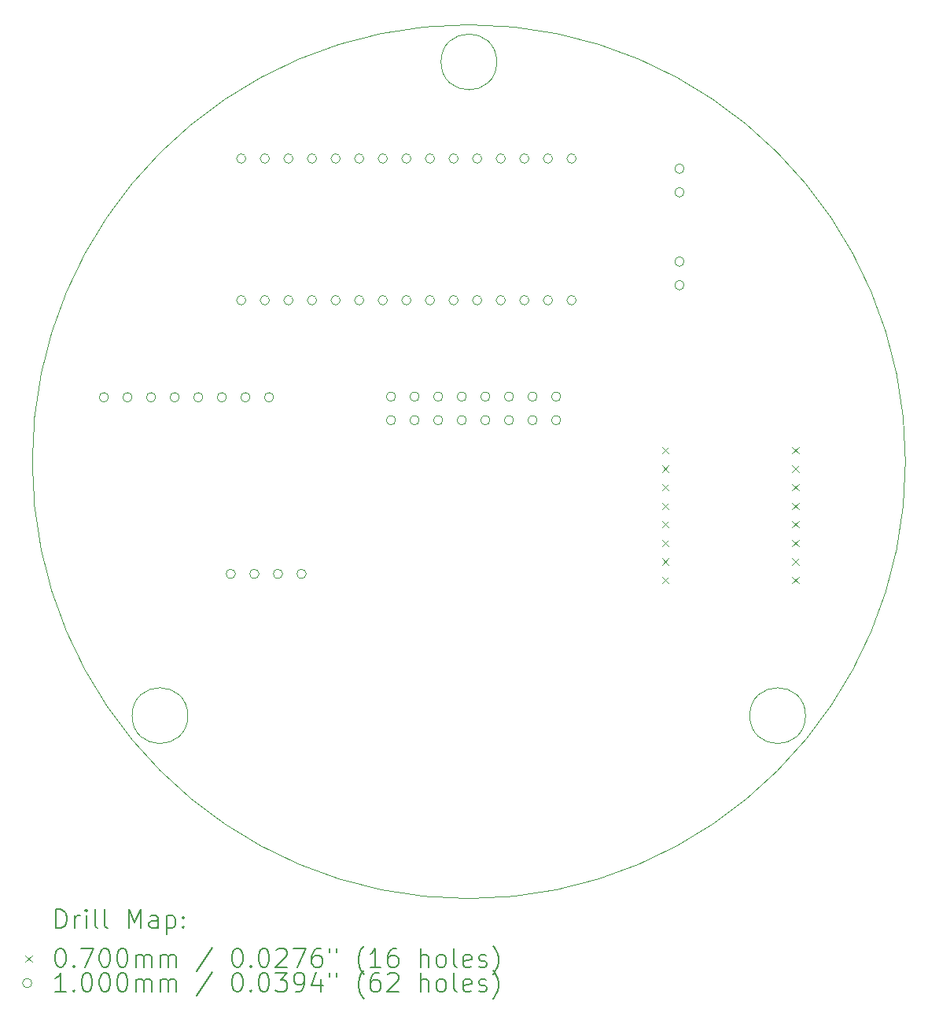
<source format=gbr>
%TF.GenerationSoftware,KiCad,Pcbnew,8.0.1*%
%TF.CreationDate,2024-06-10T20:51:33+02:00*%
%TF.ProjectId,PCB_Plaque_Basse,5043425f-506c-4617-9175-655f42617373,rev?*%
%TF.SameCoordinates,Original*%
%TF.FileFunction,Drillmap*%
%TF.FilePolarity,Positive*%
%FSLAX45Y45*%
G04 Gerber Fmt 4.5, Leading zero omitted, Abs format (unit mm)*
G04 Created by KiCad (PCBNEW 8.0.1) date 2024-06-10 20:51:33*
%MOMM*%
%LPD*%
G01*
G04 APERTURE LIST*
%ADD10C,0.100000*%
%ADD11C,0.200000*%
G04 APERTURE END LIST*
D10*
X10757000Y-12457000D02*
G75*
G02*
X10157000Y-12457000I-300000J0D01*
G01*
X10157000Y-12457000D02*
G75*
G02*
X10757000Y-12457000I300000J0D01*
G01*
X18483000Y-9725000D02*
G75*
G02*
X9083000Y-9725000I-4700000J0D01*
G01*
X9083000Y-9725000D02*
G75*
G02*
X18483000Y-9725000I4700000J0D01*
G01*
X14083000Y-5425000D02*
G75*
G02*
X13483000Y-5425000I-300000J0D01*
G01*
X13483000Y-5425000D02*
G75*
G02*
X14083000Y-5425000I300000J0D01*
G01*
X17407000Y-12457000D02*
G75*
G02*
X16807000Y-12457000I-300000J0D01*
G01*
X16807000Y-12457000D02*
G75*
G02*
X17407000Y-12457000I300000J0D01*
G01*
D11*
D10*
X15865000Y-9565000D02*
X15935000Y-9635000D01*
X15935000Y-9565000D02*
X15865000Y-9635000D01*
X15865000Y-9765000D02*
X15935000Y-9835000D01*
X15935000Y-9765000D02*
X15865000Y-9835000D01*
X15865000Y-9965000D02*
X15935000Y-10035000D01*
X15935000Y-9965000D02*
X15865000Y-10035000D01*
X15865000Y-10165000D02*
X15935000Y-10235000D01*
X15935000Y-10165000D02*
X15865000Y-10235000D01*
X15865000Y-10365000D02*
X15935000Y-10435000D01*
X15935000Y-10365000D02*
X15865000Y-10435000D01*
X15865000Y-10565000D02*
X15935000Y-10635000D01*
X15935000Y-10565000D02*
X15865000Y-10635000D01*
X15865000Y-10765000D02*
X15935000Y-10835000D01*
X15935000Y-10765000D02*
X15865000Y-10835000D01*
X15865000Y-10965000D02*
X15935000Y-11035000D01*
X15935000Y-10965000D02*
X15865000Y-11035000D01*
X17265000Y-9565000D02*
X17335000Y-9635000D01*
X17335000Y-9565000D02*
X17265000Y-9635000D01*
X17265000Y-9765000D02*
X17335000Y-9835000D01*
X17335000Y-9765000D02*
X17265000Y-9835000D01*
X17265000Y-9965000D02*
X17335000Y-10035000D01*
X17335000Y-9965000D02*
X17265000Y-10035000D01*
X17265000Y-10165000D02*
X17335000Y-10235000D01*
X17335000Y-10165000D02*
X17265000Y-10235000D01*
X17265000Y-10365000D02*
X17335000Y-10435000D01*
X17335000Y-10365000D02*
X17265000Y-10435000D01*
X17265000Y-10565000D02*
X17335000Y-10635000D01*
X17335000Y-10565000D02*
X17265000Y-10635000D01*
X17265000Y-10765000D02*
X17335000Y-10835000D01*
X17335000Y-10765000D02*
X17265000Y-10835000D01*
X17265000Y-10965000D02*
X17335000Y-11035000D01*
X17335000Y-10965000D02*
X17265000Y-11035000D01*
X9903250Y-9032250D02*
G75*
G02*
X9803250Y-9032250I-50000J0D01*
G01*
X9803250Y-9032250D02*
G75*
G02*
X9903250Y-9032250I50000J0D01*
G01*
X10157250Y-9032250D02*
G75*
G02*
X10057250Y-9032250I-50000J0D01*
G01*
X10057250Y-9032250D02*
G75*
G02*
X10157250Y-9032250I50000J0D01*
G01*
X10411250Y-9032250D02*
G75*
G02*
X10311250Y-9032250I-50000J0D01*
G01*
X10311250Y-9032250D02*
G75*
G02*
X10411250Y-9032250I50000J0D01*
G01*
X10665250Y-9032250D02*
G75*
G02*
X10565250Y-9032250I-50000J0D01*
G01*
X10565250Y-9032250D02*
G75*
G02*
X10665250Y-9032250I50000J0D01*
G01*
X10919250Y-9032250D02*
G75*
G02*
X10819250Y-9032250I-50000J0D01*
G01*
X10819250Y-9032250D02*
G75*
G02*
X10919250Y-9032250I50000J0D01*
G01*
X11173250Y-9032250D02*
G75*
G02*
X11073250Y-9032250I-50000J0D01*
G01*
X11073250Y-9032250D02*
G75*
G02*
X11173250Y-9032250I50000J0D01*
G01*
X11269000Y-10932250D02*
G75*
G02*
X11169000Y-10932250I-50000J0D01*
G01*
X11169000Y-10932250D02*
G75*
G02*
X11269000Y-10932250I50000J0D01*
G01*
X11382000Y-6464000D02*
G75*
G02*
X11282000Y-6464000I-50000J0D01*
G01*
X11282000Y-6464000D02*
G75*
G02*
X11382000Y-6464000I50000J0D01*
G01*
X11382000Y-7988000D02*
G75*
G02*
X11282000Y-7988000I-50000J0D01*
G01*
X11282000Y-7988000D02*
G75*
G02*
X11382000Y-7988000I50000J0D01*
G01*
X11427250Y-9032250D02*
G75*
G02*
X11327250Y-9032250I-50000J0D01*
G01*
X11327250Y-9032250D02*
G75*
G02*
X11427250Y-9032250I50000J0D01*
G01*
X11523000Y-10932250D02*
G75*
G02*
X11423000Y-10932250I-50000J0D01*
G01*
X11423000Y-10932250D02*
G75*
G02*
X11523000Y-10932250I50000J0D01*
G01*
X11636000Y-6464000D02*
G75*
G02*
X11536000Y-6464000I-50000J0D01*
G01*
X11536000Y-6464000D02*
G75*
G02*
X11636000Y-6464000I50000J0D01*
G01*
X11636000Y-7988000D02*
G75*
G02*
X11536000Y-7988000I-50000J0D01*
G01*
X11536000Y-7988000D02*
G75*
G02*
X11636000Y-7988000I50000J0D01*
G01*
X11681250Y-9032250D02*
G75*
G02*
X11581250Y-9032250I-50000J0D01*
G01*
X11581250Y-9032250D02*
G75*
G02*
X11681250Y-9032250I50000J0D01*
G01*
X11777000Y-10932250D02*
G75*
G02*
X11677000Y-10932250I-50000J0D01*
G01*
X11677000Y-10932250D02*
G75*
G02*
X11777000Y-10932250I50000J0D01*
G01*
X11890000Y-6464000D02*
G75*
G02*
X11790000Y-6464000I-50000J0D01*
G01*
X11790000Y-6464000D02*
G75*
G02*
X11890000Y-6464000I50000J0D01*
G01*
X11890000Y-7988000D02*
G75*
G02*
X11790000Y-7988000I-50000J0D01*
G01*
X11790000Y-7988000D02*
G75*
G02*
X11890000Y-7988000I50000J0D01*
G01*
X12031000Y-10932250D02*
G75*
G02*
X11931000Y-10932250I-50000J0D01*
G01*
X11931000Y-10932250D02*
G75*
G02*
X12031000Y-10932250I50000J0D01*
G01*
X12144000Y-6464000D02*
G75*
G02*
X12044000Y-6464000I-50000J0D01*
G01*
X12044000Y-6464000D02*
G75*
G02*
X12144000Y-6464000I50000J0D01*
G01*
X12144000Y-7988000D02*
G75*
G02*
X12044000Y-7988000I-50000J0D01*
G01*
X12044000Y-7988000D02*
G75*
G02*
X12144000Y-7988000I50000J0D01*
G01*
X12398000Y-6464000D02*
G75*
G02*
X12298000Y-6464000I-50000J0D01*
G01*
X12298000Y-6464000D02*
G75*
G02*
X12398000Y-6464000I50000J0D01*
G01*
X12398000Y-7988000D02*
G75*
G02*
X12298000Y-7988000I-50000J0D01*
G01*
X12298000Y-7988000D02*
G75*
G02*
X12398000Y-7988000I50000J0D01*
G01*
X12652000Y-6464000D02*
G75*
G02*
X12552000Y-6464000I-50000J0D01*
G01*
X12552000Y-6464000D02*
G75*
G02*
X12652000Y-6464000I50000J0D01*
G01*
X12652000Y-7988000D02*
G75*
G02*
X12552000Y-7988000I-50000J0D01*
G01*
X12552000Y-7988000D02*
G75*
G02*
X12652000Y-7988000I50000J0D01*
G01*
X12906000Y-6464000D02*
G75*
G02*
X12806000Y-6464000I-50000J0D01*
G01*
X12806000Y-6464000D02*
G75*
G02*
X12906000Y-6464000I50000J0D01*
G01*
X12906000Y-7988000D02*
G75*
G02*
X12806000Y-7988000I-50000J0D01*
G01*
X12806000Y-7988000D02*
G75*
G02*
X12906000Y-7988000I50000J0D01*
G01*
X12994000Y-9025000D02*
G75*
G02*
X12894000Y-9025000I-50000J0D01*
G01*
X12894000Y-9025000D02*
G75*
G02*
X12994000Y-9025000I50000J0D01*
G01*
X12994000Y-9279000D02*
G75*
G02*
X12894000Y-9279000I-50000J0D01*
G01*
X12894000Y-9279000D02*
G75*
G02*
X12994000Y-9279000I50000J0D01*
G01*
X13160000Y-6464000D02*
G75*
G02*
X13060000Y-6464000I-50000J0D01*
G01*
X13060000Y-6464000D02*
G75*
G02*
X13160000Y-6464000I50000J0D01*
G01*
X13160000Y-7988000D02*
G75*
G02*
X13060000Y-7988000I-50000J0D01*
G01*
X13060000Y-7988000D02*
G75*
G02*
X13160000Y-7988000I50000J0D01*
G01*
X13248000Y-9025000D02*
G75*
G02*
X13148000Y-9025000I-50000J0D01*
G01*
X13148000Y-9025000D02*
G75*
G02*
X13248000Y-9025000I50000J0D01*
G01*
X13248000Y-9279000D02*
G75*
G02*
X13148000Y-9279000I-50000J0D01*
G01*
X13148000Y-9279000D02*
G75*
G02*
X13248000Y-9279000I50000J0D01*
G01*
X13414000Y-6464000D02*
G75*
G02*
X13314000Y-6464000I-50000J0D01*
G01*
X13314000Y-6464000D02*
G75*
G02*
X13414000Y-6464000I50000J0D01*
G01*
X13414000Y-7988000D02*
G75*
G02*
X13314000Y-7988000I-50000J0D01*
G01*
X13314000Y-7988000D02*
G75*
G02*
X13414000Y-7988000I50000J0D01*
G01*
X13502000Y-9025000D02*
G75*
G02*
X13402000Y-9025000I-50000J0D01*
G01*
X13402000Y-9025000D02*
G75*
G02*
X13502000Y-9025000I50000J0D01*
G01*
X13502000Y-9279000D02*
G75*
G02*
X13402000Y-9279000I-50000J0D01*
G01*
X13402000Y-9279000D02*
G75*
G02*
X13502000Y-9279000I50000J0D01*
G01*
X13668000Y-6464000D02*
G75*
G02*
X13568000Y-6464000I-50000J0D01*
G01*
X13568000Y-6464000D02*
G75*
G02*
X13668000Y-6464000I50000J0D01*
G01*
X13668000Y-7988000D02*
G75*
G02*
X13568000Y-7988000I-50000J0D01*
G01*
X13568000Y-7988000D02*
G75*
G02*
X13668000Y-7988000I50000J0D01*
G01*
X13756000Y-9025000D02*
G75*
G02*
X13656000Y-9025000I-50000J0D01*
G01*
X13656000Y-9025000D02*
G75*
G02*
X13756000Y-9025000I50000J0D01*
G01*
X13756000Y-9279000D02*
G75*
G02*
X13656000Y-9279000I-50000J0D01*
G01*
X13656000Y-9279000D02*
G75*
G02*
X13756000Y-9279000I50000J0D01*
G01*
X13922000Y-6464000D02*
G75*
G02*
X13822000Y-6464000I-50000J0D01*
G01*
X13822000Y-6464000D02*
G75*
G02*
X13922000Y-6464000I50000J0D01*
G01*
X13922000Y-7988000D02*
G75*
G02*
X13822000Y-7988000I-50000J0D01*
G01*
X13822000Y-7988000D02*
G75*
G02*
X13922000Y-7988000I50000J0D01*
G01*
X14010000Y-9025000D02*
G75*
G02*
X13910000Y-9025000I-50000J0D01*
G01*
X13910000Y-9025000D02*
G75*
G02*
X14010000Y-9025000I50000J0D01*
G01*
X14010000Y-9279000D02*
G75*
G02*
X13910000Y-9279000I-50000J0D01*
G01*
X13910000Y-9279000D02*
G75*
G02*
X14010000Y-9279000I50000J0D01*
G01*
X14176000Y-6464000D02*
G75*
G02*
X14076000Y-6464000I-50000J0D01*
G01*
X14076000Y-6464000D02*
G75*
G02*
X14176000Y-6464000I50000J0D01*
G01*
X14176000Y-7988000D02*
G75*
G02*
X14076000Y-7988000I-50000J0D01*
G01*
X14076000Y-7988000D02*
G75*
G02*
X14176000Y-7988000I50000J0D01*
G01*
X14264000Y-9025000D02*
G75*
G02*
X14164000Y-9025000I-50000J0D01*
G01*
X14164000Y-9025000D02*
G75*
G02*
X14264000Y-9025000I50000J0D01*
G01*
X14264000Y-9279000D02*
G75*
G02*
X14164000Y-9279000I-50000J0D01*
G01*
X14164000Y-9279000D02*
G75*
G02*
X14264000Y-9279000I50000J0D01*
G01*
X14430000Y-6464000D02*
G75*
G02*
X14330000Y-6464000I-50000J0D01*
G01*
X14330000Y-6464000D02*
G75*
G02*
X14430000Y-6464000I50000J0D01*
G01*
X14430000Y-7988000D02*
G75*
G02*
X14330000Y-7988000I-50000J0D01*
G01*
X14330000Y-7988000D02*
G75*
G02*
X14430000Y-7988000I50000J0D01*
G01*
X14518000Y-9025000D02*
G75*
G02*
X14418000Y-9025000I-50000J0D01*
G01*
X14418000Y-9025000D02*
G75*
G02*
X14518000Y-9025000I50000J0D01*
G01*
X14518000Y-9279000D02*
G75*
G02*
X14418000Y-9279000I-50000J0D01*
G01*
X14418000Y-9279000D02*
G75*
G02*
X14518000Y-9279000I50000J0D01*
G01*
X14684000Y-6464000D02*
G75*
G02*
X14584000Y-6464000I-50000J0D01*
G01*
X14584000Y-6464000D02*
G75*
G02*
X14684000Y-6464000I50000J0D01*
G01*
X14684000Y-7988000D02*
G75*
G02*
X14584000Y-7988000I-50000J0D01*
G01*
X14584000Y-7988000D02*
G75*
G02*
X14684000Y-7988000I50000J0D01*
G01*
X14772000Y-9025000D02*
G75*
G02*
X14672000Y-9025000I-50000J0D01*
G01*
X14672000Y-9025000D02*
G75*
G02*
X14772000Y-9025000I50000J0D01*
G01*
X14772000Y-9279000D02*
G75*
G02*
X14672000Y-9279000I-50000J0D01*
G01*
X14672000Y-9279000D02*
G75*
G02*
X14772000Y-9279000I50000J0D01*
G01*
X14938000Y-6464000D02*
G75*
G02*
X14838000Y-6464000I-50000J0D01*
G01*
X14838000Y-6464000D02*
G75*
G02*
X14938000Y-6464000I50000J0D01*
G01*
X14938000Y-7988000D02*
G75*
G02*
X14838000Y-7988000I-50000J0D01*
G01*
X14838000Y-7988000D02*
G75*
G02*
X14938000Y-7988000I50000J0D01*
G01*
X16100000Y-6573500D02*
G75*
G02*
X16000000Y-6573500I-50000J0D01*
G01*
X16000000Y-6573500D02*
G75*
G02*
X16100000Y-6573500I50000J0D01*
G01*
X16100000Y-6827500D02*
G75*
G02*
X16000000Y-6827500I-50000J0D01*
G01*
X16000000Y-6827500D02*
G75*
G02*
X16100000Y-6827500I50000J0D01*
G01*
X16100000Y-7572500D02*
G75*
G02*
X16000000Y-7572500I-50000J0D01*
G01*
X16000000Y-7572500D02*
G75*
G02*
X16100000Y-7572500I50000J0D01*
G01*
X16100000Y-7826500D02*
G75*
G02*
X16000000Y-7826500I-50000J0D01*
G01*
X16000000Y-7826500D02*
G75*
G02*
X16100000Y-7826500I50000J0D01*
G01*
D11*
X9338777Y-14741484D02*
X9338777Y-14541484D01*
X9338777Y-14541484D02*
X9386396Y-14541484D01*
X9386396Y-14541484D02*
X9414967Y-14551008D01*
X9414967Y-14551008D02*
X9434015Y-14570055D01*
X9434015Y-14570055D02*
X9443539Y-14589103D01*
X9443539Y-14589103D02*
X9453063Y-14627198D01*
X9453063Y-14627198D02*
X9453063Y-14655769D01*
X9453063Y-14655769D02*
X9443539Y-14693865D01*
X9443539Y-14693865D02*
X9434015Y-14712912D01*
X9434015Y-14712912D02*
X9414967Y-14731960D01*
X9414967Y-14731960D02*
X9386396Y-14741484D01*
X9386396Y-14741484D02*
X9338777Y-14741484D01*
X9538777Y-14741484D02*
X9538777Y-14608150D01*
X9538777Y-14646246D02*
X9548301Y-14627198D01*
X9548301Y-14627198D02*
X9557824Y-14617674D01*
X9557824Y-14617674D02*
X9576872Y-14608150D01*
X9576872Y-14608150D02*
X9595920Y-14608150D01*
X9662586Y-14741484D02*
X9662586Y-14608150D01*
X9662586Y-14541484D02*
X9653063Y-14551008D01*
X9653063Y-14551008D02*
X9662586Y-14560531D01*
X9662586Y-14560531D02*
X9672110Y-14551008D01*
X9672110Y-14551008D02*
X9662586Y-14541484D01*
X9662586Y-14541484D02*
X9662586Y-14560531D01*
X9786396Y-14741484D02*
X9767348Y-14731960D01*
X9767348Y-14731960D02*
X9757824Y-14712912D01*
X9757824Y-14712912D02*
X9757824Y-14541484D01*
X9891158Y-14741484D02*
X9872110Y-14731960D01*
X9872110Y-14731960D02*
X9862586Y-14712912D01*
X9862586Y-14712912D02*
X9862586Y-14541484D01*
X10119729Y-14741484D02*
X10119729Y-14541484D01*
X10119729Y-14541484D02*
X10186396Y-14684341D01*
X10186396Y-14684341D02*
X10253063Y-14541484D01*
X10253063Y-14541484D02*
X10253063Y-14741484D01*
X10434015Y-14741484D02*
X10434015Y-14636722D01*
X10434015Y-14636722D02*
X10424491Y-14617674D01*
X10424491Y-14617674D02*
X10405444Y-14608150D01*
X10405444Y-14608150D02*
X10367348Y-14608150D01*
X10367348Y-14608150D02*
X10348301Y-14617674D01*
X10434015Y-14731960D02*
X10414967Y-14741484D01*
X10414967Y-14741484D02*
X10367348Y-14741484D01*
X10367348Y-14741484D02*
X10348301Y-14731960D01*
X10348301Y-14731960D02*
X10338777Y-14712912D01*
X10338777Y-14712912D02*
X10338777Y-14693865D01*
X10338777Y-14693865D02*
X10348301Y-14674817D01*
X10348301Y-14674817D02*
X10367348Y-14665293D01*
X10367348Y-14665293D02*
X10414967Y-14665293D01*
X10414967Y-14665293D02*
X10434015Y-14655769D01*
X10529253Y-14608150D02*
X10529253Y-14808150D01*
X10529253Y-14617674D02*
X10548301Y-14608150D01*
X10548301Y-14608150D02*
X10586396Y-14608150D01*
X10586396Y-14608150D02*
X10605444Y-14617674D01*
X10605444Y-14617674D02*
X10614967Y-14627198D01*
X10614967Y-14627198D02*
X10624491Y-14646246D01*
X10624491Y-14646246D02*
X10624491Y-14703388D01*
X10624491Y-14703388D02*
X10614967Y-14722436D01*
X10614967Y-14722436D02*
X10605444Y-14731960D01*
X10605444Y-14731960D02*
X10586396Y-14741484D01*
X10586396Y-14741484D02*
X10548301Y-14741484D01*
X10548301Y-14741484D02*
X10529253Y-14731960D01*
X10710205Y-14722436D02*
X10719729Y-14731960D01*
X10719729Y-14731960D02*
X10710205Y-14741484D01*
X10710205Y-14741484D02*
X10700682Y-14731960D01*
X10700682Y-14731960D02*
X10710205Y-14722436D01*
X10710205Y-14722436D02*
X10710205Y-14741484D01*
X10710205Y-14617674D02*
X10719729Y-14627198D01*
X10719729Y-14627198D02*
X10710205Y-14636722D01*
X10710205Y-14636722D02*
X10700682Y-14627198D01*
X10700682Y-14627198D02*
X10710205Y-14617674D01*
X10710205Y-14617674D02*
X10710205Y-14636722D01*
D10*
X9008000Y-15035000D02*
X9078000Y-15105000D01*
X9078000Y-15035000D02*
X9008000Y-15105000D01*
D11*
X9376872Y-14961484D02*
X9395920Y-14961484D01*
X9395920Y-14961484D02*
X9414967Y-14971008D01*
X9414967Y-14971008D02*
X9424491Y-14980531D01*
X9424491Y-14980531D02*
X9434015Y-14999579D01*
X9434015Y-14999579D02*
X9443539Y-15037674D01*
X9443539Y-15037674D02*
X9443539Y-15085293D01*
X9443539Y-15085293D02*
X9434015Y-15123388D01*
X9434015Y-15123388D02*
X9424491Y-15142436D01*
X9424491Y-15142436D02*
X9414967Y-15151960D01*
X9414967Y-15151960D02*
X9395920Y-15161484D01*
X9395920Y-15161484D02*
X9376872Y-15161484D01*
X9376872Y-15161484D02*
X9357824Y-15151960D01*
X9357824Y-15151960D02*
X9348301Y-15142436D01*
X9348301Y-15142436D02*
X9338777Y-15123388D01*
X9338777Y-15123388D02*
X9329253Y-15085293D01*
X9329253Y-15085293D02*
X9329253Y-15037674D01*
X9329253Y-15037674D02*
X9338777Y-14999579D01*
X9338777Y-14999579D02*
X9348301Y-14980531D01*
X9348301Y-14980531D02*
X9357824Y-14971008D01*
X9357824Y-14971008D02*
X9376872Y-14961484D01*
X9529253Y-15142436D02*
X9538777Y-15151960D01*
X9538777Y-15151960D02*
X9529253Y-15161484D01*
X9529253Y-15161484D02*
X9519729Y-15151960D01*
X9519729Y-15151960D02*
X9529253Y-15142436D01*
X9529253Y-15142436D02*
X9529253Y-15161484D01*
X9605444Y-14961484D02*
X9738777Y-14961484D01*
X9738777Y-14961484D02*
X9653063Y-15161484D01*
X9853063Y-14961484D02*
X9872110Y-14961484D01*
X9872110Y-14961484D02*
X9891158Y-14971008D01*
X9891158Y-14971008D02*
X9900682Y-14980531D01*
X9900682Y-14980531D02*
X9910205Y-14999579D01*
X9910205Y-14999579D02*
X9919729Y-15037674D01*
X9919729Y-15037674D02*
X9919729Y-15085293D01*
X9919729Y-15085293D02*
X9910205Y-15123388D01*
X9910205Y-15123388D02*
X9900682Y-15142436D01*
X9900682Y-15142436D02*
X9891158Y-15151960D01*
X9891158Y-15151960D02*
X9872110Y-15161484D01*
X9872110Y-15161484D02*
X9853063Y-15161484D01*
X9853063Y-15161484D02*
X9834015Y-15151960D01*
X9834015Y-15151960D02*
X9824491Y-15142436D01*
X9824491Y-15142436D02*
X9814967Y-15123388D01*
X9814967Y-15123388D02*
X9805444Y-15085293D01*
X9805444Y-15085293D02*
X9805444Y-15037674D01*
X9805444Y-15037674D02*
X9814967Y-14999579D01*
X9814967Y-14999579D02*
X9824491Y-14980531D01*
X9824491Y-14980531D02*
X9834015Y-14971008D01*
X9834015Y-14971008D02*
X9853063Y-14961484D01*
X10043539Y-14961484D02*
X10062586Y-14961484D01*
X10062586Y-14961484D02*
X10081634Y-14971008D01*
X10081634Y-14971008D02*
X10091158Y-14980531D01*
X10091158Y-14980531D02*
X10100682Y-14999579D01*
X10100682Y-14999579D02*
X10110205Y-15037674D01*
X10110205Y-15037674D02*
X10110205Y-15085293D01*
X10110205Y-15085293D02*
X10100682Y-15123388D01*
X10100682Y-15123388D02*
X10091158Y-15142436D01*
X10091158Y-15142436D02*
X10081634Y-15151960D01*
X10081634Y-15151960D02*
X10062586Y-15161484D01*
X10062586Y-15161484D02*
X10043539Y-15161484D01*
X10043539Y-15161484D02*
X10024491Y-15151960D01*
X10024491Y-15151960D02*
X10014967Y-15142436D01*
X10014967Y-15142436D02*
X10005444Y-15123388D01*
X10005444Y-15123388D02*
X9995920Y-15085293D01*
X9995920Y-15085293D02*
X9995920Y-15037674D01*
X9995920Y-15037674D02*
X10005444Y-14999579D01*
X10005444Y-14999579D02*
X10014967Y-14980531D01*
X10014967Y-14980531D02*
X10024491Y-14971008D01*
X10024491Y-14971008D02*
X10043539Y-14961484D01*
X10195920Y-15161484D02*
X10195920Y-15028150D01*
X10195920Y-15047198D02*
X10205444Y-15037674D01*
X10205444Y-15037674D02*
X10224491Y-15028150D01*
X10224491Y-15028150D02*
X10253063Y-15028150D01*
X10253063Y-15028150D02*
X10272110Y-15037674D01*
X10272110Y-15037674D02*
X10281634Y-15056722D01*
X10281634Y-15056722D02*
X10281634Y-15161484D01*
X10281634Y-15056722D02*
X10291158Y-15037674D01*
X10291158Y-15037674D02*
X10310205Y-15028150D01*
X10310205Y-15028150D02*
X10338777Y-15028150D01*
X10338777Y-15028150D02*
X10357825Y-15037674D01*
X10357825Y-15037674D02*
X10367348Y-15056722D01*
X10367348Y-15056722D02*
X10367348Y-15161484D01*
X10462586Y-15161484D02*
X10462586Y-15028150D01*
X10462586Y-15047198D02*
X10472110Y-15037674D01*
X10472110Y-15037674D02*
X10491158Y-15028150D01*
X10491158Y-15028150D02*
X10519729Y-15028150D01*
X10519729Y-15028150D02*
X10538777Y-15037674D01*
X10538777Y-15037674D02*
X10548301Y-15056722D01*
X10548301Y-15056722D02*
X10548301Y-15161484D01*
X10548301Y-15056722D02*
X10557825Y-15037674D01*
X10557825Y-15037674D02*
X10576872Y-15028150D01*
X10576872Y-15028150D02*
X10605444Y-15028150D01*
X10605444Y-15028150D02*
X10624491Y-15037674D01*
X10624491Y-15037674D02*
X10634015Y-15056722D01*
X10634015Y-15056722D02*
X10634015Y-15161484D01*
X11024491Y-14951960D02*
X10853063Y-15209103D01*
X11281634Y-14961484D02*
X11300682Y-14961484D01*
X11300682Y-14961484D02*
X11319729Y-14971008D01*
X11319729Y-14971008D02*
X11329253Y-14980531D01*
X11329253Y-14980531D02*
X11338777Y-14999579D01*
X11338777Y-14999579D02*
X11348301Y-15037674D01*
X11348301Y-15037674D02*
X11348301Y-15085293D01*
X11348301Y-15085293D02*
X11338777Y-15123388D01*
X11338777Y-15123388D02*
X11329253Y-15142436D01*
X11329253Y-15142436D02*
X11319729Y-15151960D01*
X11319729Y-15151960D02*
X11300682Y-15161484D01*
X11300682Y-15161484D02*
X11281634Y-15161484D01*
X11281634Y-15161484D02*
X11262586Y-15151960D01*
X11262586Y-15151960D02*
X11253063Y-15142436D01*
X11253063Y-15142436D02*
X11243539Y-15123388D01*
X11243539Y-15123388D02*
X11234015Y-15085293D01*
X11234015Y-15085293D02*
X11234015Y-15037674D01*
X11234015Y-15037674D02*
X11243539Y-14999579D01*
X11243539Y-14999579D02*
X11253063Y-14980531D01*
X11253063Y-14980531D02*
X11262586Y-14971008D01*
X11262586Y-14971008D02*
X11281634Y-14961484D01*
X11434015Y-15142436D02*
X11443539Y-15151960D01*
X11443539Y-15151960D02*
X11434015Y-15161484D01*
X11434015Y-15161484D02*
X11424491Y-15151960D01*
X11424491Y-15151960D02*
X11434015Y-15142436D01*
X11434015Y-15142436D02*
X11434015Y-15161484D01*
X11567348Y-14961484D02*
X11586396Y-14961484D01*
X11586396Y-14961484D02*
X11605444Y-14971008D01*
X11605444Y-14971008D02*
X11614967Y-14980531D01*
X11614967Y-14980531D02*
X11624491Y-14999579D01*
X11624491Y-14999579D02*
X11634015Y-15037674D01*
X11634015Y-15037674D02*
X11634015Y-15085293D01*
X11634015Y-15085293D02*
X11624491Y-15123388D01*
X11624491Y-15123388D02*
X11614967Y-15142436D01*
X11614967Y-15142436D02*
X11605444Y-15151960D01*
X11605444Y-15151960D02*
X11586396Y-15161484D01*
X11586396Y-15161484D02*
X11567348Y-15161484D01*
X11567348Y-15161484D02*
X11548301Y-15151960D01*
X11548301Y-15151960D02*
X11538777Y-15142436D01*
X11538777Y-15142436D02*
X11529253Y-15123388D01*
X11529253Y-15123388D02*
X11519729Y-15085293D01*
X11519729Y-15085293D02*
X11519729Y-15037674D01*
X11519729Y-15037674D02*
X11529253Y-14999579D01*
X11529253Y-14999579D02*
X11538777Y-14980531D01*
X11538777Y-14980531D02*
X11548301Y-14971008D01*
X11548301Y-14971008D02*
X11567348Y-14961484D01*
X11710206Y-14980531D02*
X11719729Y-14971008D01*
X11719729Y-14971008D02*
X11738777Y-14961484D01*
X11738777Y-14961484D02*
X11786396Y-14961484D01*
X11786396Y-14961484D02*
X11805444Y-14971008D01*
X11805444Y-14971008D02*
X11814967Y-14980531D01*
X11814967Y-14980531D02*
X11824491Y-14999579D01*
X11824491Y-14999579D02*
X11824491Y-15018627D01*
X11824491Y-15018627D02*
X11814967Y-15047198D01*
X11814967Y-15047198D02*
X11700682Y-15161484D01*
X11700682Y-15161484D02*
X11824491Y-15161484D01*
X11891158Y-14961484D02*
X12024491Y-14961484D01*
X12024491Y-14961484D02*
X11938777Y-15161484D01*
X12186396Y-14961484D02*
X12148301Y-14961484D01*
X12148301Y-14961484D02*
X12129253Y-14971008D01*
X12129253Y-14971008D02*
X12119729Y-14980531D01*
X12119729Y-14980531D02*
X12100682Y-15009103D01*
X12100682Y-15009103D02*
X12091158Y-15047198D01*
X12091158Y-15047198D02*
X12091158Y-15123388D01*
X12091158Y-15123388D02*
X12100682Y-15142436D01*
X12100682Y-15142436D02*
X12110206Y-15151960D01*
X12110206Y-15151960D02*
X12129253Y-15161484D01*
X12129253Y-15161484D02*
X12167348Y-15161484D01*
X12167348Y-15161484D02*
X12186396Y-15151960D01*
X12186396Y-15151960D02*
X12195920Y-15142436D01*
X12195920Y-15142436D02*
X12205444Y-15123388D01*
X12205444Y-15123388D02*
X12205444Y-15075769D01*
X12205444Y-15075769D02*
X12195920Y-15056722D01*
X12195920Y-15056722D02*
X12186396Y-15047198D01*
X12186396Y-15047198D02*
X12167348Y-15037674D01*
X12167348Y-15037674D02*
X12129253Y-15037674D01*
X12129253Y-15037674D02*
X12110206Y-15047198D01*
X12110206Y-15047198D02*
X12100682Y-15056722D01*
X12100682Y-15056722D02*
X12091158Y-15075769D01*
X12281634Y-14961484D02*
X12281634Y-14999579D01*
X12357825Y-14961484D02*
X12357825Y-14999579D01*
X12653063Y-15237674D02*
X12643539Y-15228150D01*
X12643539Y-15228150D02*
X12624491Y-15199579D01*
X12624491Y-15199579D02*
X12614968Y-15180531D01*
X12614968Y-15180531D02*
X12605444Y-15151960D01*
X12605444Y-15151960D02*
X12595920Y-15104341D01*
X12595920Y-15104341D02*
X12595920Y-15066246D01*
X12595920Y-15066246D02*
X12605444Y-15018627D01*
X12605444Y-15018627D02*
X12614968Y-14990055D01*
X12614968Y-14990055D02*
X12624491Y-14971008D01*
X12624491Y-14971008D02*
X12643539Y-14942436D01*
X12643539Y-14942436D02*
X12653063Y-14932912D01*
X12834015Y-15161484D02*
X12719729Y-15161484D01*
X12776872Y-15161484D02*
X12776872Y-14961484D01*
X12776872Y-14961484D02*
X12757825Y-14990055D01*
X12757825Y-14990055D02*
X12738777Y-15009103D01*
X12738777Y-15009103D02*
X12719729Y-15018627D01*
X13005444Y-14961484D02*
X12967348Y-14961484D01*
X12967348Y-14961484D02*
X12948301Y-14971008D01*
X12948301Y-14971008D02*
X12938777Y-14980531D01*
X12938777Y-14980531D02*
X12919729Y-15009103D01*
X12919729Y-15009103D02*
X12910206Y-15047198D01*
X12910206Y-15047198D02*
X12910206Y-15123388D01*
X12910206Y-15123388D02*
X12919729Y-15142436D01*
X12919729Y-15142436D02*
X12929253Y-15151960D01*
X12929253Y-15151960D02*
X12948301Y-15161484D01*
X12948301Y-15161484D02*
X12986396Y-15161484D01*
X12986396Y-15161484D02*
X13005444Y-15151960D01*
X13005444Y-15151960D02*
X13014968Y-15142436D01*
X13014968Y-15142436D02*
X13024491Y-15123388D01*
X13024491Y-15123388D02*
X13024491Y-15075769D01*
X13024491Y-15075769D02*
X13014968Y-15056722D01*
X13014968Y-15056722D02*
X13005444Y-15047198D01*
X13005444Y-15047198D02*
X12986396Y-15037674D01*
X12986396Y-15037674D02*
X12948301Y-15037674D01*
X12948301Y-15037674D02*
X12929253Y-15047198D01*
X12929253Y-15047198D02*
X12919729Y-15056722D01*
X12919729Y-15056722D02*
X12910206Y-15075769D01*
X13262587Y-15161484D02*
X13262587Y-14961484D01*
X13348301Y-15161484D02*
X13348301Y-15056722D01*
X13348301Y-15056722D02*
X13338777Y-15037674D01*
X13338777Y-15037674D02*
X13319730Y-15028150D01*
X13319730Y-15028150D02*
X13291158Y-15028150D01*
X13291158Y-15028150D02*
X13272110Y-15037674D01*
X13272110Y-15037674D02*
X13262587Y-15047198D01*
X13472110Y-15161484D02*
X13453063Y-15151960D01*
X13453063Y-15151960D02*
X13443539Y-15142436D01*
X13443539Y-15142436D02*
X13434015Y-15123388D01*
X13434015Y-15123388D02*
X13434015Y-15066246D01*
X13434015Y-15066246D02*
X13443539Y-15047198D01*
X13443539Y-15047198D02*
X13453063Y-15037674D01*
X13453063Y-15037674D02*
X13472110Y-15028150D01*
X13472110Y-15028150D02*
X13500682Y-15028150D01*
X13500682Y-15028150D02*
X13519730Y-15037674D01*
X13519730Y-15037674D02*
X13529253Y-15047198D01*
X13529253Y-15047198D02*
X13538777Y-15066246D01*
X13538777Y-15066246D02*
X13538777Y-15123388D01*
X13538777Y-15123388D02*
X13529253Y-15142436D01*
X13529253Y-15142436D02*
X13519730Y-15151960D01*
X13519730Y-15151960D02*
X13500682Y-15161484D01*
X13500682Y-15161484D02*
X13472110Y-15161484D01*
X13653063Y-15161484D02*
X13634015Y-15151960D01*
X13634015Y-15151960D02*
X13624491Y-15132912D01*
X13624491Y-15132912D02*
X13624491Y-14961484D01*
X13805444Y-15151960D02*
X13786396Y-15161484D01*
X13786396Y-15161484D02*
X13748301Y-15161484D01*
X13748301Y-15161484D02*
X13729253Y-15151960D01*
X13729253Y-15151960D02*
X13719730Y-15132912D01*
X13719730Y-15132912D02*
X13719730Y-15056722D01*
X13719730Y-15056722D02*
X13729253Y-15037674D01*
X13729253Y-15037674D02*
X13748301Y-15028150D01*
X13748301Y-15028150D02*
X13786396Y-15028150D01*
X13786396Y-15028150D02*
X13805444Y-15037674D01*
X13805444Y-15037674D02*
X13814968Y-15056722D01*
X13814968Y-15056722D02*
X13814968Y-15075769D01*
X13814968Y-15075769D02*
X13719730Y-15094817D01*
X13891158Y-15151960D02*
X13910206Y-15161484D01*
X13910206Y-15161484D02*
X13948301Y-15161484D01*
X13948301Y-15161484D02*
X13967349Y-15151960D01*
X13967349Y-15151960D02*
X13976872Y-15132912D01*
X13976872Y-15132912D02*
X13976872Y-15123388D01*
X13976872Y-15123388D02*
X13967349Y-15104341D01*
X13967349Y-15104341D02*
X13948301Y-15094817D01*
X13948301Y-15094817D02*
X13919730Y-15094817D01*
X13919730Y-15094817D02*
X13900682Y-15085293D01*
X13900682Y-15085293D02*
X13891158Y-15066246D01*
X13891158Y-15066246D02*
X13891158Y-15056722D01*
X13891158Y-15056722D02*
X13900682Y-15037674D01*
X13900682Y-15037674D02*
X13919730Y-15028150D01*
X13919730Y-15028150D02*
X13948301Y-15028150D01*
X13948301Y-15028150D02*
X13967349Y-15037674D01*
X14043539Y-15237674D02*
X14053063Y-15228150D01*
X14053063Y-15228150D02*
X14072111Y-15199579D01*
X14072111Y-15199579D02*
X14081634Y-15180531D01*
X14081634Y-15180531D02*
X14091158Y-15151960D01*
X14091158Y-15151960D02*
X14100682Y-15104341D01*
X14100682Y-15104341D02*
X14100682Y-15066246D01*
X14100682Y-15066246D02*
X14091158Y-15018627D01*
X14091158Y-15018627D02*
X14081634Y-14990055D01*
X14081634Y-14990055D02*
X14072111Y-14971008D01*
X14072111Y-14971008D02*
X14053063Y-14942436D01*
X14053063Y-14942436D02*
X14043539Y-14932912D01*
D10*
X9078000Y-15334000D02*
G75*
G02*
X8978000Y-15334000I-50000J0D01*
G01*
X8978000Y-15334000D02*
G75*
G02*
X9078000Y-15334000I50000J0D01*
G01*
D11*
X9443539Y-15425484D02*
X9329253Y-15425484D01*
X9386396Y-15425484D02*
X9386396Y-15225484D01*
X9386396Y-15225484D02*
X9367348Y-15254055D01*
X9367348Y-15254055D02*
X9348301Y-15273103D01*
X9348301Y-15273103D02*
X9329253Y-15282627D01*
X9529253Y-15406436D02*
X9538777Y-15415960D01*
X9538777Y-15415960D02*
X9529253Y-15425484D01*
X9529253Y-15425484D02*
X9519729Y-15415960D01*
X9519729Y-15415960D02*
X9529253Y-15406436D01*
X9529253Y-15406436D02*
X9529253Y-15425484D01*
X9662586Y-15225484D02*
X9681634Y-15225484D01*
X9681634Y-15225484D02*
X9700682Y-15235008D01*
X9700682Y-15235008D02*
X9710205Y-15244531D01*
X9710205Y-15244531D02*
X9719729Y-15263579D01*
X9719729Y-15263579D02*
X9729253Y-15301674D01*
X9729253Y-15301674D02*
X9729253Y-15349293D01*
X9729253Y-15349293D02*
X9719729Y-15387388D01*
X9719729Y-15387388D02*
X9710205Y-15406436D01*
X9710205Y-15406436D02*
X9700682Y-15415960D01*
X9700682Y-15415960D02*
X9681634Y-15425484D01*
X9681634Y-15425484D02*
X9662586Y-15425484D01*
X9662586Y-15425484D02*
X9643539Y-15415960D01*
X9643539Y-15415960D02*
X9634015Y-15406436D01*
X9634015Y-15406436D02*
X9624491Y-15387388D01*
X9624491Y-15387388D02*
X9614967Y-15349293D01*
X9614967Y-15349293D02*
X9614967Y-15301674D01*
X9614967Y-15301674D02*
X9624491Y-15263579D01*
X9624491Y-15263579D02*
X9634015Y-15244531D01*
X9634015Y-15244531D02*
X9643539Y-15235008D01*
X9643539Y-15235008D02*
X9662586Y-15225484D01*
X9853063Y-15225484D02*
X9872110Y-15225484D01*
X9872110Y-15225484D02*
X9891158Y-15235008D01*
X9891158Y-15235008D02*
X9900682Y-15244531D01*
X9900682Y-15244531D02*
X9910205Y-15263579D01*
X9910205Y-15263579D02*
X9919729Y-15301674D01*
X9919729Y-15301674D02*
X9919729Y-15349293D01*
X9919729Y-15349293D02*
X9910205Y-15387388D01*
X9910205Y-15387388D02*
X9900682Y-15406436D01*
X9900682Y-15406436D02*
X9891158Y-15415960D01*
X9891158Y-15415960D02*
X9872110Y-15425484D01*
X9872110Y-15425484D02*
X9853063Y-15425484D01*
X9853063Y-15425484D02*
X9834015Y-15415960D01*
X9834015Y-15415960D02*
X9824491Y-15406436D01*
X9824491Y-15406436D02*
X9814967Y-15387388D01*
X9814967Y-15387388D02*
X9805444Y-15349293D01*
X9805444Y-15349293D02*
X9805444Y-15301674D01*
X9805444Y-15301674D02*
X9814967Y-15263579D01*
X9814967Y-15263579D02*
X9824491Y-15244531D01*
X9824491Y-15244531D02*
X9834015Y-15235008D01*
X9834015Y-15235008D02*
X9853063Y-15225484D01*
X10043539Y-15225484D02*
X10062586Y-15225484D01*
X10062586Y-15225484D02*
X10081634Y-15235008D01*
X10081634Y-15235008D02*
X10091158Y-15244531D01*
X10091158Y-15244531D02*
X10100682Y-15263579D01*
X10100682Y-15263579D02*
X10110205Y-15301674D01*
X10110205Y-15301674D02*
X10110205Y-15349293D01*
X10110205Y-15349293D02*
X10100682Y-15387388D01*
X10100682Y-15387388D02*
X10091158Y-15406436D01*
X10091158Y-15406436D02*
X10081634Y-15415960D01*
X10081634Y-15415960D02*
X10062586Y-15425484D01*
X10062586Y-15425484D02*
X10043539Y-15425484D01*
X10043539Y-15425484D02*
X10024491Y-15415960D01*
X10024491Y-15415960D02*
X10014967Y-15406436D01*
X10014967Y-15406436D02*
X10005444Y-15387388D01*
X10005444Y-15387388D02*
X9995920Y-15349293D01*
X9995920Y-15349293D02*
X9995920Y-15301674D01*
X9995920Y-15301674D02*
X10005444Y-15263579D01*
X10005444Y-15263579D02*
X10014967Y-15244531D01*
X10014967Y-15244531D02*
X10024491Y-15235008D01*
X10024491Y-15235008D02*
X10043539Y-15225484D01*
X10195920Y-15425484D02*
X10195920Y-15292150D01*
X10195920Y-15311198D02*
X10205444Y-15301674D01*
X10205444Y-15301674D02*
X10224491Y-15292150D01*
X10224491Y-15292150D02*
X10253063Y-15292150D01*
X10253063Y-15292150D02*
X10272110Y-15301674D01*
X10272110Y-15301674D02*
X10281634Y-15320722D01*
X10281634Y-15320722D02*
X10281634Y-15425484D01*
X10281634Y-15320722D02*
X10291158Y-15301674D01*
X10291158Y-15301674D02*
X10310205Y-15292150D01*
X10310205Y-15292150D02*
X10338777Y-15292150D01*
X10338777Y-15292150D02*
X10357825Y-15301674D01*
X10357825Y-15301674D02*
X10367348Y-15320722D01*
X10367348Y-15320722D02*
X10367348Y-15425484D01*
X10462586Y-15425484D02*
X10462586Y-15292150D01*
X10462586Y-15311198D02*
X10472110Y-15301674D01*
X10472110Y-15301674D02*
X10491158Y-15292150D01*
X10491158Y-15292150D02*
X10519729Y-15292150D01*
X10519729Y-15292150D02*
X10538777Y-15301674D01*
X10538777Y-15301674D02*
X10548301Y-15320722D01*
X10548301Y-15320722D02*
X10548301Y-15425484D01*
X10548301Y-15320722D02*
X10557825Y-15301674D01*
X10557825Y-15301674D02*
X10576872Y-15292150D01*
X10576872Y-15292150D02*
X10605444Y-15292150D01*
X10605444Y-15292150D02*
X10624491Y-15301674D01*
X10624491Y-15301674D02*
X10634015Y-15320722D01*
X10634015Y-15320722D02*
X10634015Y-15425484D01*
X11024491Y-15215960D02*
X10853063Y-15473103D01*
X11281634Y-15225484D02*
X11300682Y-15225484D01*
X11300682Y-15225484D02*
X11319729Y-15235008D01*
X11319729Y-15235008D02*
X11329253Y-15244531D01*
X11329253Y-15244531D02*
X11338777Y-15263579D01*
X11338777Y-15263579D02*
X11348301Y-15301674D01*
X11348301Y-15301674D02*
X11348301Y-15349293D01*
X11348301Y-15349293D02*
X11338777Y-15387388D01*
X11338777Y-15387388D02*
X11329253Y-15406436D01*
X11329253Y-15406436D02*
X11319729Y-15415960D01*
X11319729Y-15415960D02*
X11300682Y-15425484D01*
X11300682Y-15425484D02*
X11281634Y-15425484D01*
X11281634Y-15425484D02*
X11262586Y-15415960D01*
X11262586Y-15415960D02*
X11253063Y-15406436D01*
X11253063Y-15406436D02*
X11243539Y-15387388D01*
X11243539Y-15387388D02*
X11234015Y-15349293D01*
X11234015Y-15349293D02*
X11234015Y-15301674D01*
X11234015Y-15301674D02*
X11243539Y-15263579D01*
X11243539Y-15263579D02*
X11253063Y-15244531D01*
X11253063Y-15244531D02*
X11262586Y-15235008D01*
X11262586Y-15235008D02*
X11281634Y-15225484D01*
X11434015Y-15406436D02*
X11443539Y-15415960D01*
X11443539Y-15415960D02*
X11434015Y-15425484D01*
X11434015Y-15425484D02*
X11424491Y-15415960D01*
X11424491Y-15415960D02*
X11434015Y-15406436D01*
X11434015Y-15406436D02*
X11434015Y-15425484D01*
X11567348Y-15225484D02*
X11586396Y-15225484D01*
X11586396Y-15225484D02*
X11605444Y-15235008D01*
X11605444Y-15235008D02*
X11614967Y-15244531D01*
X11614967Y-15244531D02*
X11624491Y-15263579D01*
X11624491Y-15263579D02*
X11634015Y-15301674D01*
X11634015Y-15301674D02*
X11634015Y-15349293D01*
X11634015Y-15349293D02*
X11624491Y-15387388D01*
X11624491Y-15387388D02*
X11614967Y-15406436D01*
X11614967Y-15406436D02*
X11605444Y-15415960D01*
X11605444Y-15415960D02*
X11586396Y-15425484D01*
X11586396Y-15425484D02*
X11567348Y-15425484D01*
X11567348Y-15425484D02*
X11548301Y-15415960D01*
X11548301Y-15415960D02*
X11538777Y-15406436D01*
X11538777Y-15406436D02*
X11529253Y-15387388D01*
X11529253Y-15387388D02*
X11519729Y-15349293D01*
X11519729Y-15349293D02*
X11519729Y-15301674D01*
X11519729Y-15301674D02*
X11529253Y-15263579D01*
X11529253Y-15263579D02*
X11538777Y-15244531D01*
X11538777Y-15244531D02*
X11548301Y-15235008D01*
X11548301Y-15235008D02*
X11567348Y-15225484D01*
X11700682Y-15225484D02*
X11824491Y-15225484D01*
X11824491Y-15225484D02*
X11757825Y-15301674D01*
X11757825Y-15301674D02*
X11786396Y-15301674D01*
X11786396Y-15301674D02*
X11805444Y-15311198D01*
X11805444Y-15311198D02*
X11814967Y-15320722D01*
X11814967Y-15320722D02*
X11824491Y-15339769D01*
X11824491Y-15339769D02*
X11824491Y-15387388D01*
X11824491Y-15387388D02*
X11814967Y-15406436D01*
X11814967Y-15406436D02*
X11805444Y-15415960D01*
X11805444Y-15415960D02*
X11786396Y-15425484D01*
X11786396Y-15425484D02*
X11729253Y-15425484D01*
X11729253Y-15425484D02*
X11710206Y-15415960D01*
X11710206Y-15415960D02*
X11700682Y-15406436D01*
X11919729Y-15425484D02*
X11957825Y-15425484D01*
X11957825Y-15425484D02*
X11976872Y-15415960D01*
X11976872Y-15415960D02*
X11986396Y-15406436D01*
X11986396Y-15406436D02*
X12005444Y-15377865D01*
X12005444Y-15377865D02*
X12014967Y-15339769D01*
X12014967Y-15339769D02*
X12014967Y-15263579D01*
X12014967Y-15263579D02*
X12005444Y-15244531D01*
X12005444Y-15244531D02*
X11995920Y-15235008D01*
X11995920Y-15235008D02*
X11976872Y-15225484D01*
X11976872Y-15225484D02*
X11938777Y-15225484D01*
X11938777Y-15225484D02*
X11919729Y-15235008D01*
X11919729Y-15235008D02*
X11910206Y-15244531D01*
X11910206Y-15244531D02*
X11900682Y-15263579D01*
X11900682Y-15263579D02*
X11900682Y-15311198D01*
X11900682Y-15311198D02*
X11910206Y-15330246D01*
X11910206Y-15330246D02*
X11919729Y-15339769D01*
X11919729Y-15339769D02*
X11938777Y-15349293D01*
X11938777Y-15349293D02*
X11976872Y-15349293D01*
X11976872Y-15349293D02*
X11995920Y-15339769D01*
X11995920Y-15339769D02*
X12005444Y-15330246D01*
X12005444Y-15330246D02*
X12014967Y-15311198D01*
X12186396Y-15292150D02*
X12186396Y-15425484D01*
X12138777Y-15215960D02*
X12091158Y-15358817D01*
X12091158Y-15358817D02*
X12214967Y-15358817D01*
X12281634Y-15225484D02*
X12281634Y-15263579D01*
X12357825Y-15225484D02*
X12357825Y-15263579D01*
X12653063Y-15501674D02*
X12643539Y-15492150D01*
X12643539Y-15492150D02*
X12624491Y-15463579D01*
X12624491Y-15463579D02*
X12614968Y-15444531D01*
X12614968Y-15444531D02*
X12605444Y-15415960D01*
X12605444Y-15415960D02*
X12595920Y-15368341D01*
X12595920Y-15368341D02*
X12595920Y-15330246D01*
X12595920Y-15330246D02*
X12605444Y-15282627D01*
X12605444Y-15282627D02*
X12614968Y-15254055D01*
X12614968Y-15254055D02*
X12624491Y-15235008D01*
X12624491Y-15235008D02*
X12643539Y-15206436D01*
X12643539Y-15206436D02*
X12653063Y-15196912D01*
X12814968Y-15225484D02*
X12776872Y-15225484D01*
X12776872Y-15225484D02*
X12757825Y-15235008D01*
X12757825Y-15235008D02*
X12748301Y-15244531D01*
X12748301Y-15244531D02*
X12729253Y-15273103D01*
X12729253Y-15273103D02*
X12719729Y-15311198D01*
X12719729Y-15311198D02*
X12719729Y-15387388D01*
X12719729Y-15387388D02*
X12729253Y-15406436D01*
X12729253Y-15406436D02*
X12738777Y-15415960D01*
X12738777Y-15415960D02*
X12757825Y-15425484D01*
X12757825Y-15425484D02*
X12795920Y-15425484D01*
X12795920Y-15425484D02*
X12814968Y-15415960D01*
X12814968Y-15415960D02*
X12824491Y-15406436D01*
X12824491Y-15406436D02*
X12834015Y-15387388D01*
X12834015Y-15387388D02*
X12834015Y-15339769D01*
X12834015Y-15339769D02*
X12824491Y-15320722D01*
X12824491Y-15320722D02*
X12814968Y-15311198D01*
X12814968Y-15311198D02*
X12795920Y-15301674D01*
X12795920Y-15301674D02*
X12757825Y-15301674D01*
X12757825Y-15301674D02*
X12738777Y-15311198D01*
X12738777Y-15311198D02*
X12729253Y-15320722D01*
X12729253Y-15320722D02*
X12719729Y-15339769D01*
X12910206Y-15244531D02*
X12919729Y-15235008D01*
X12919729Y-15235008D02*
X12938777Y-15225484D01*
X12938777Y-15225484D02*
X12986396Y-15225484D01*
X12986396Y-15225484D02*
X13005444Y-15235008D01*
X13005444Y-15235008D02*
X13014968Y-15244531D01*
X13014968Y-15244531D02*
X13024491Y-15263579D01*
X13024491Y-15263579D02*
X13024491Y-15282627D01*
X13024491Y-15282627D02*
X13014968Y-15311198D01*
X13014968Y-15311198D02*
X12900682Y-15425484D01*
X12900682Y-15425484D02*
X13024491Y-15425484D01*
X13262587Y-15425484D02*
X13262587Y-15225484D01*
X13348301Y-15425484D02*
X13348301Y-15320722D01*
X13348301Y-15320722D02*
X13338777Y-15301674D01*
X13338777Y-15301674D02*
X13319730Y-15292150D01*
X13319730Y-15292150D02*
X13291158Y-15292150D01*
X13291158Y-15292150D02*
X13272110Y-15301674D01*
X13272110Y-15301674D02*
X13262587Y-15311198D01*
X13472110Y-15425484D02*
X13453063Y-15415960D01*
X13453063Y-15415960D02*
X13443539Y-15406436D01*
X13443539Y-15406436D02*
X13434015Y-15387388D01*
X13434015Y-15387388D02*
X13434015Y-15330246D01*
X13434015Y-15330246D02*
X13443539Y-15311198D01*
X13443539Y-15311198D02*
X13453063Y-15301674D01*
X13453063Y-15301674D02*
X13472110Y-15292150D01*
X13472110Y-15292150D02*
X13500682Y-15292150D01*
X13500682Y-15292150D02*
X13519730Y-15301674D01*
X13519730Y-15301674D02*
X13529253Y-15311198D01*
X13529253Y-15311198D02*
X13538777Y-15330246D01*
X13538777Y-15330246D02*
X13538777Y-15387388D01*
X13538777Y-15387388D02*
X13529253Y-15406436D01*
X13529253Y-15406436D02*
X13519730Y-15415960D01*
X13519730Y-15415960D02*
X13500682Y-15425484D01*
X13500682Y-15425484D02*
X13472110Y-15425484D01*
X13653063Y-15425484D02*
X13634015Y-15415960D01*
X13634015Y-15415960D02*
X13624491Y-15396912D01*
X13624491Y-15396912D02*
X13624491Y-15225484D01*
X13805444Y-15415960D02*
X13786396Y-15425484D01*
X13786396Y-15425484D02*
X13748301Y-15425484D01*
X13748301Y-15425484D02*
X13729253Y-15415960D01*
X13729253Y-15415960D02*
X13719730Y-15396912D01*
X13719730Y-15396912D02*
X13719730Y-15320722D01*
X13719730Y-15320722D02*
X13729253Y-15301674D01*
X13729253Y-15301674D02*
X13748301Y-15292150D01*
X13748301Y-15292150D02*
X13786396Y-15292150D01*
X13786396Y-15292150D02*
X13805444Y-15301674D01*
X13805444Y-15301674D02*
X13814968Y-15320722D01*
X13814968Y-15320722D02*
X13814968Y-15339769D01*
X13814968Y-15339769D02*
X13719730Y-15358817D01*
X13891158Y-15415960D02*
X13910206Y-15425484D01*
X13910206Y-15425484D02*
X13948301Y-15425484D01*
X13948301Y-15425484D02*
X13967349Y-15415960D01*
X13967349Y-15415960D02*
X13976872Y-15396912D01*
X13976872Y-15396912D02*
X13976872Y-15387388D01*
X13976872Y-15387388D02*
X13967349Y-15368341D01*
X13967349Y-15368341D02*
X13948301Y-15358817D01*
X13948301Y-15358817D02*
X13919730Y-15358817D01*
X13919730Y-15358817D02*
X13900682Y-15349293D01*
X13900682Y-15349293D02*
X13891158Y-15330246D01*
X13891158Y-15330246D02*
X13891158Y-15320722D01*
X13891158Y-15320722D02*
X13900682Y-15301674D01*
X13900682Y-15301674D02*
X13919730Y-15292150D01*
X13919730Y-15292150D02*
X13948301Y-15292150D01*
X13948301Y-15292150D02*
X13967349Y-15301674D01*
X14043539Y-15501674D02*
X14053063Y-15492150D01*
X14053063Y-15492150D02*
X14072111Y-15463579D01*
X14072111Y-15463579D02*
X14081634Y-15444531D01*
X14081634Y-15444531D02*
X14091158Y-15415960D01*
X14091158Y-15415960D02*
X14100682Y-15368341D01*
X14100682Y-15368341D02*
X14100682Y-15330246D01*
X14100682Y-15330246D02*
X14091158Y-15282627D01*
X14091158Y-15282627D02*
X14081634Y-15254055D01*
X14081634Y-15254055D02*
X14072111Y-15235008D01*
X14072111Y-15235008D02*
X14053063Y-15206436D01*
X14053063Y-15206436D02*
X14043539Y-15196912D01*
M02*

</source>
